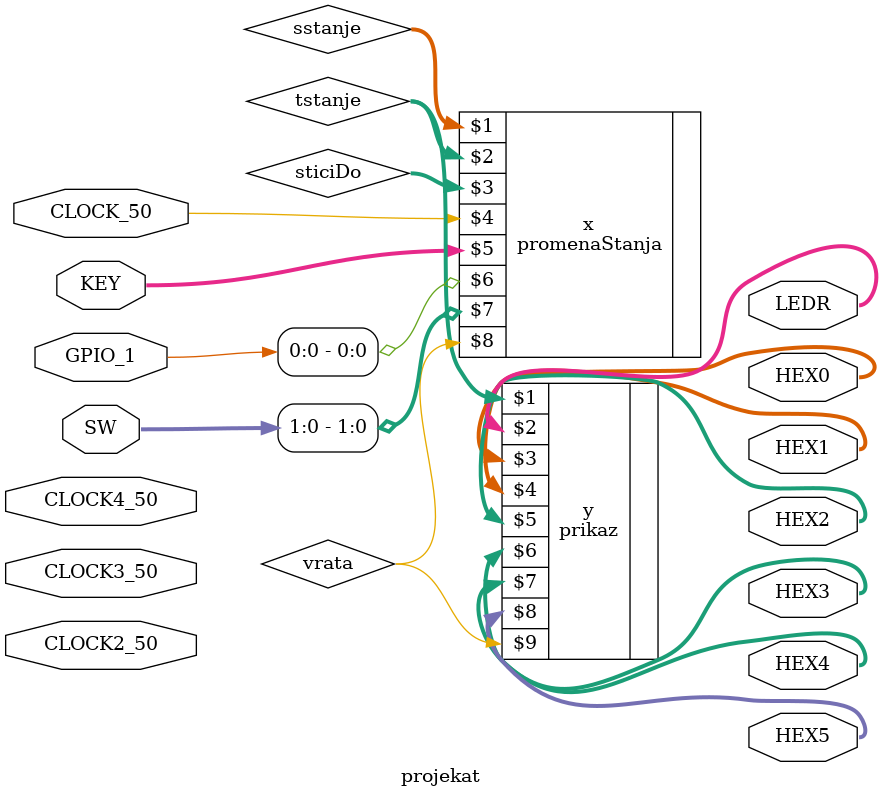
<source format=v>


module projekat(

	//////////// CLOCK //////////
	input 		          		CLOCK2_50,
	input 		          		CLOCK3_50,
	input 		          		CLOCK4_50,
	input 		          		CLOCK_50,
	
	
	//////////// SEG7 //////////
	output 		     [6:0]		HEX0,
	output		     [6:0]		HEX1,
	output		     [6:0]		HEX2,
	output		     [6:0]		HEX3,
	output		     [6:0]		HEX4,
	output		     [6:0]		HEX5,

	//////////// KEY //////////
	input 		     [3:0]		KEY,

	//////////// LED //////////
	output		   [9:0]		LEDR,

	//////////// SW //////////
	input 		     [9:0]		SW,
   input 		     [35:0]		GPIO_1

);

wire [2:0] tstanje;
wire [2:0] sstanje;
wire [4:0] sticiDo; 
wire vrata;

promenaStanja x (sstanje, tstanje, sticiDo, CLOCK_50, KEY, GPIO_1[0], SW[1:0], vrata);
prikaz y (tstanje, LEDR, HEX0, HEX1, HEX2, HEX3,  HEX4, HEX5, vrata);
	

//reg [2:0] stanje;


//reg [9:0] vreme;//prebaciti iz ulaza/izlaza
//reg [25:0] br;
//	
//always @ (posedge CLOCK_50) begin
//	if(br == 26'd50000000) begin
//		vreme = vreme + 10'd1;
//		br = 26'd0;
//	end
//	else begin
//		br = br + 26'd1;
//	end
//	if(KEY[0] == 0) vreme = 10'd0;
//	
//end

//always @ (GPIO_1[0]) begin
	//HEX0[1] = GPIO_1[0];
	//HEX0[0] = SW[0];
//end

//=======================================================
//  REG/WIRE declarations
//=======================================================


//=======================================================
//  Structural coding
//=======================================================

	//assign LEDR = 10'hAA;

endmodule

</source>
